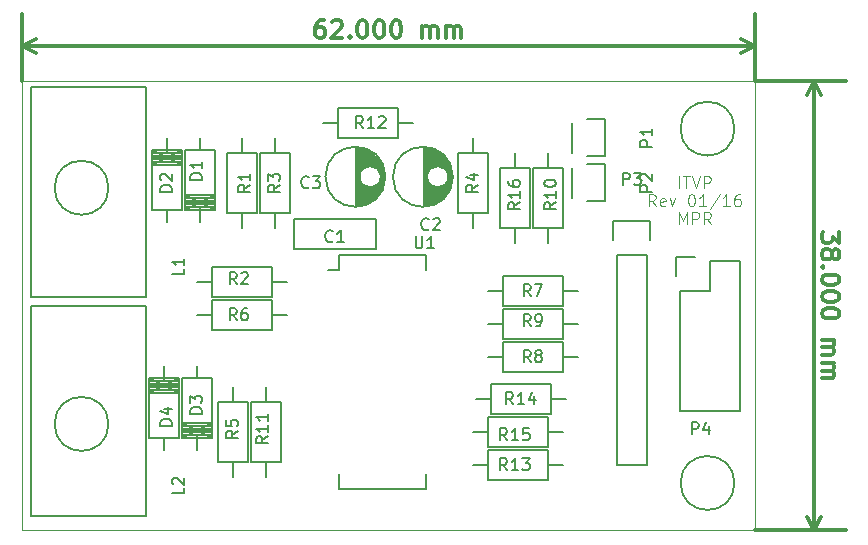
<source format=gbr>
G04 #@! TF.FileFunction,Legend,Top*
%FSLAX46Y46*%
G04 Gerber Fmt 4.6, Leading zero omitted, Abs format (unit mm)*
G04 Created by KiCad (PCBNEW 4.0.1-stable) date Sonntag, 31. Januar 2016 13:18:43*
%MOMM*%
G01*
G04 APERTURE LIST*
%ADD10C,0.100000*%
%ADD11C,0.125000*%
%ADD12C,0.300000*%
%ADD13C,0.150000*%
G04 APERTURE END LIST*
D10*
D11*
X55602476Y28964619D02*
X55602476Y29964619D01*
X55935809Y29964619D02*
X56507238Y29964619D01*
X56221523Y28964619D02*
X56221523Y29964619D01*
X56697714Y29964619D02*
X57031047Y28964619D01*
X57364381Y29964619D01*
X57697714Y28964619D02*
X57697714Y29964619D01*
X58078667Y29964619D01*
X58173905Y29917000D01*
X58221524Y29869381D01*
X58269143Y29774143D01*
X58269143Y29631286D01*
X58221524Y29536048D01*
X58173905Y29488429D01*
X58078667Y29440810D01*
X57697714Y29440810D01*
X53602476Y27439619D02*
X53269142Y27915810D01*
X53031047Y27439619D02*
X53031047Y28439619D01*
X53412000Y28439619D01*
X53507238Y28392000D01*
X53554857Y28344381D01*
X53602476Y28249143D01*
X53602476Y28106286D01*
X53554857Y28011048D01*
X53507238Y27963429D01*
X53412000Y27915810D01*
X53031047Y27915810D01*
X54412000Y27487238D02*
X54316762Y27439619D01*
X54126285Y27439619D01*
X54031047Y27487238D01*
X53983428Y27582476D01*
X53983428Y27963429D01*
X54031047Y28058667D01*
X54126285Y28106286D01*
X54316762Y28106286D01*
X54412000Y28058667D01*
X54459619Y27963429D01*
X54459619Y27868190D01*
X53983428Y27772952D01*
X54792952Y28106286D02*
X55031047Y27439619D01*
X55269143Y28106286D01*
X56602476Y28439619D02*
X56697715Y28439619D01*
X56792953Y28392000D01*
X56840572Y28344381D01*
X56888191Y28249143D01*
X56935810Y28058667D01*
X56935810Y27820571D01*
X56888191Y27630095D01*
X56840572Y27534857D01*
X56792953Y27487238D01*
X56697715Y27439619D01*
X56602476Y27439619D01*
X56507238Y27487238D01*
X56459619Y27534857D01*
X56412000Y27630095D01*
X56364381Y27820571D01*
X56364381Y28058667D01*
X56412000Y28249143D01*
X56459619Y28344381D01*
X56507238Y28392000D01*
X56602476Y28439619D01*
X57888191Y27439619D02*
X57316762Y27439619D01*
X57602476Y27439619D02*
X57602476Y28439619D01*
X57507238Y28296762D01*
X57412000Y28201524D01*
X57316762Y28153905D01*
X59031048Y28487238D02*
X58173905Y27201524D01*
X59888191Y27439619D02*
X59316762Y27439619D01*
X59602476Y27439619D02*
X59602476Y28439619D01*
X59507238Y28296762D01*
X59412000Y28201524D01*
X59316762Y28153905D01*
X60745334Y28439619D02*
X60554857Y28439619D01*
X60459619Y28392000D01*
X60412000Y28344381D01*
X60316762Y28201524D01*
X60269143Y28011048D01*
X60269143Y27630095D01*
X60316762Y27534857D01*
X60364381Y27487238D01*
X60459619Y27439619D01*
X60650096Y27439619D01*
X60745334Y27487238D01*
X60792953Y27534857D01*
X60840572Y27630095D01*
X60840572Y27868190D01*
X60792953Y27963429D01*
X60745334Y28011048D01*
X60650096Y28058667D01*
X60459619Y28058667D01*
X60364381Y28011048D01*
X60316762Y27963429D01*
X60269143Y27868190D01*
X55578667Y25914619D02*
X55578667Y26914619D01*
X55912001Y26200333D01*
X56245334Y26914619D01*
X56245334Y25914619D01*
X56721524Y25914619D02*
X56721524Y26914619D01*
X57102477Y26914619D01*
X57197715Y26867000D01*
X57245334Y26819381D01*
X57292953Y26724143D01*
X57292953Y26581286D01*
X57245334Y26486048D01*
X57197715Y26438429D01*
X57102477Y26390810D01*
X56721524Y26390810D01*
X58292953Y25914619D02*
X57959619Y26390810D01*
X57721524Y25914619D02*
X57721524Y26914619D01*
X58102477Y26914619D01*
X58197715Y26867000D01*
X58245334Y26819381D01*
X58292953Y26724143D01*
X58292953Y26581286D01*
X58245334Y26486048D01*
X58197715Y26438429D01*
X58102477Y26390810D01*
X57721524Y26390810D01*
D12*
X69171429Y25285713D02*
X69171429Y24357142D01*
X68600000Y24857142D01*
X68600000Y24642856D01*
X68528571Y24499999D01*
X68457143Y24428570D01*
X68314286Y24357142D01*
X67957143Y24357142D01*
X67814286Y24428570D01*
X67742857Y24499999D01*
X67671429Y24642856D01*
X67671429Y25071428D01*
X67742857Y25214285D01*
X67814286Y25285713D01*
X68528571Y23499999D02*
X68600000Y23642857D01*
X68671429Y23714285D01*
X68814286Y23785714D01*
X68885714Y23785714D01*
X69028571Y23714285D01*
X69100000Y23642857D01*
X69171429Y23499999D01*
X69171429Y23214285D01*
X69100000Y23071428D01*
X69028571Y22999999D01*
X68885714Y22928571D01*
X68814286Y22928571D01*
X68671429Y22999999D01*
X68600000Y23071428D01*
X68528571Y23214285D01*
X68528571Y23499999D01*
X68457143Y23642857D01*
X68385714Y23714285D01*
X68242857Y23785714D01*
X67957143Y23785714D01*
X67814286Y23714285D01*
X67742857Y23642857D01*
X67671429Y23499999D01*
X67671429Y23214285D01*
X67742857Y23071428D01*
X67814286Y22999999D01*
X67957143Y22928571D01*
X68242857Y22928571D01*
X68385714Y22999999D01*
X68457143Y23071428D01*
X68528571Y23214285D01*
X67814286Y22285714D02*
X67742857Y22214286D01*
X67671429Y22285714D01*
X67742857Y22357143D01*
X67814286Y22285714D01*
X67671429Y22285714D01*
X69171429Y21285714D02*
X69171429Y21142857D01*
X69100000Y21000000D01*
X69028571Y20928571D01*
X68885714Y20857142D01*
X68600000Y20785714D01*
X68242857Y20785714D01*
X67957143Y20857142D01*
X67814286Y20928571D01*
X67742857Y21000000D01*
X67671429Y21142857D01*
X67671429Y21285714D01*
X67742857Y21428571D01*
X67814286Y21500000D01*
X67957143Y21571428D01*
X68242857Y21642857D01*
X68600000Y21642857D01*
X68885714Y21571428D01*
X69028571Y21500000D01*
X69100000Y21428571D01*
X69171429Y21285714D01*
X69171429Y19857143D02*
X69171429Y19714286D01*
X69100000Y19571429D01*
X69028571Y19500000D01*
X68885714Y19428571D01*
X68600000Y19357143D01*
X68242857Y19357143D01*
X67957143Y19428571D01*
X67814286Y19500000D01*
X67742857Y19571429D01*
X67671429Y19714286D01*
X67671429Y19857143D01*
X67742857Y20000000D01*
X67814286Y20071429D01*
X67957143Y20142857D01*
X68242857Y20214286D01*
X68600000Y20214286D01*
X68885714Y20142857D01*
X69028571Y20071429D01*
X69100000Y20000000D01*
X69171429Y19857143D01*
X69171429Y18428572D02*
X69171429Y18285715D01*
X69100000Y18142858D01*
X69028571Y18071429D01*
X68885714Y18000000D01*
X68600000Y17928572D01*
X68242857Y17928572D01*
X67957143Y18000000D01*
X67814286Y18071429D01*
X67742857Y18142858D01*
X67671429Y18285715D01*
X67671429Y18428572D01*
X67742857Y18571429D01*
X67814286Y18642858D01*
X67957143Y18714286D01*
X68242857Y18785715D01*
X68600000Y18785715D01*
X68885714Y18714286D01*
X69028571Y18642858D01*
X69100000Y18571429D01*
X69171429Y18428572D01*
X67671429Y16142858D02*
X68671429Y16142858D01*
X68528571Y16142858D02*
X68600000Y16071430D01*
X68671429Y15928572D01*
X68671429Y15714287D01*
X68600000Y15571430D01*
X68457143Y15500001D01*
X67671429Y15500001D01*
X68457143Y15500001D02*
X68600000Y15428572D01*
X68671429Y15285715D01*
X68671429Y15071430D01*
X68600000Y14928572D01*
X68457143Y14857144D01*
X67671429Y14857144D01*
X67671429Y14142858D02*
X68671429Y14142858D01*
X68528571Y14142858D02*
X68600000Y14071430D01*
X68671429Y13928572D01*
X68671429Y13714287D01*
X68600000Y13571430D01*
X68457143Y13500001D01*
X67671429Y13500001D01*
X68457143Y13500001D02*
X68600000Y13428572D01*
X68671429Y13285715D01*
X68671429Y13071430D01*
X68600000Y12928572D01*
X68457143Y12857144D01*
X67671429Y12857144D01*
X67000000Y38000000D02*
X67000000Y0D01*
X62000000Y38000000D02*
X69700000Y38000000D01*
X62000000Y0D02*
X69700000Y0D01*
X67000000Y0D02*
X66413579Y1126504D01*
X67000000Y0D02*
X67586421Y1126504D01*
X67000000Y38000000D02*
X66413579Y36873496D01*
X67000000Y38000000D02*
X67586421Y36873496D01*
X25500001Y43171429D02*
X25214287Y43171429D01*
X25071430Y43100000D01*
X25000001Y43028571D01*
X24857144Y42814286D01*
X24785715Y42528571D01*
X24785715Y41957143D01*
X24857144Y41814286D01*
X24928572Y41742857D01*
X25071430Y41671429D01*
X25357144Y41671429D01*
X25500001Y41742857D01*
X25571430Y41814286D01*
X25642858Y41957143D01*
X25642858Y42314286D01*
X25571430Y42457143D01*
X25500001Y42528571D01*
X25357144Y42600000D01*
X25071430Y42600000D01*
X24928572Y42528571D01*
X24857144Y42457143D01*
X24785715Y42314286D01*
X26214286Y43028571D02*
X26285715Y43100000D01*
X26428572Y43171429D01*
X26785715Y43171429D01*
X26928572Y43100000D01*
X27000001Y43028571D01*
X27071429Y42885714D01*
X27071429Y42742857D01*
X27000001Y42528571D01*
X26142858Y41671429D01*
X27071429Y41671429D01*
X27714286Y41814286D02*
X27785714Y41742857D01*
X27714286Y41671429D01*
X27642857Y41742857D01*
X27714286Y41814286D01*
X27714286Y41671429D01*
X28714286Y43171429D02*
X28857143Y43171429D01*
X29000000Y43100000D01*
X29071429Y43028571D01*
X29142858Y42885714D01*
X29214286Y42600000D01*
X29214286Y42242857D01*
X29142858Y41957143D01*
X29071429Y41814286D01*
X29000000Y41742857D01*
X28857143Y41671429D01*
X28714286Y41671429D01*
X28571429Y41742857D01*
X28500000Y41814286D01*
X28428572Y41957143D01*
X28357143Y42242857D01*
X28357143Y42600000D01*
X28428572Y42885714D01*
X28500000Y43028571D01*
X28571429Y43100000D01*
X28714286Y43171429D01*
X30142857Y43171429D02*
X30285714Y43171429D01*
X30428571Y43100000D01*
X30500000Y43028571D01*
X30571429Y42885714D01*
X30642857Y42600000D01*
X30642857Y42242857D01*
X30571429Y41957143D01*
X30500000Y41814286D01*
X30428571Y41742857D01*
X30285714Y41671429D01*
X30142857Y41671429D01*
X30000000Y41742857D01*
X29928571Y41814286D01*
X29857143Y41957143D01*
X29785714Y42242857D01*
X29785714Y42600000D01*
X29857143Y42885714D01*
X29928571Y43028571D01*
X30000000Y43100000D01*
X30142857Y43171429D01*
X31571428Y43171429D02*
X31714285Y43171429D01*
X31857142Y43100000D01*
X31928571Y43028571D01*
X32000000Y42885714D01*
X32071428Y42600000D01*
X32071428Y42242857D01*
X32000000Y41957143D01*
X31928571Y41814286D01*
X31857142Y41742857D01*
X31714285Y41671429D01*
X31571428Y41671429D01*
X31428571Y41742857D01*
X31357142Y41814286D01*
X31285714Y41957143D01*
X31214285Y42242857D01*
X31214285Y42600000D01*
X31285714Y42885714D01*
X31357142Y43028571D01*
X31428571Y43100000D01*
X31571428Y43171429D01*
X33857142Y41671429D02*
X33857142Y42671429D01*
X33857142Y42528571D02*
X33928570Y42600000D01*
X34071428Y42671429D01*
X34285713Y42671429D01*
X34428570Y42600000D01*
X34499999Y42457143D01*
X34499999Y41671429D01*
X34499999Y42457143D02*
X34571428Y42600000D01*
X34714285Y42671429D01*
X34928570Y42671429D01*
X35071428Y42600000D01*
X35142856Y42457143D01*
X35142856Y41671429D01*
X35857142Y41671429D02*
X35857142Y42671429D01*
X35857142Y42528571D02*
X35928570Y42600000D01*
X36071428Y42671429D01*
X36285713Y42671429D01*
X36428570Y42600000D01*
X36499999Y42457143D01*
X36499999Y41671429D01*
X36499999Y42457143D02*
X36571428Y42600000D01*
X36714285Y42671429D01*
X36928570Y42671429D01*
X37071428Y42600000D01*
X37142856Y42457143D01*
X37142856Y41671429D01*
X0Y41000000D02*
X62000000Y41000000D01*
X0Y38000000D02*
X0Y43700000D01*
X62000000Y38000000D02*
X62000000Y43700000D01*
X62000000Y41000000D02*
X60873496Y40413579D01*
X62000000Y41000000D02*
X60873496Y41586421D01*
X0Y41000000D02*
X1126504Y40413579D01*
X0Y41000000D02*
X1126504Y41586421D01*
D10*
X0Y0D02*
X0Y1000000D01*
X62000000Y0D02*
X0Y0D01*
X62000000Y38000000D02*
X62000000Y0D01*
X0Y38000000D02*
X62000000Y38000000D01*
X0Y1000000D02*
X0Y38000000D01*
D13*
X14999460Y32210000D02*
X14999460Y33226000D01*
X14999460Y27384000D02*
X14999460Y26114000D01*
X13729460Y27638000D02*
X16269460Y27638000D01*
X13729460Y27892000D02*
X16269460Y27892000D01*
X13729460Y28146000D02*
X16269460Y28146000D01*
X13729460Y27384000D02*
X16269460Y27384000D01*
X13729460Y28400000D02*
X16269460Y27130000D01*
X13729460Y27130000D02*
X16269460Y28400000D01*
X13729460Y28400000D02*
X16269460Y28400000D01*
X13729460Y27765000D02*
X16269460Y27765000D01*
X16269460Y27130000D02*
X13729460Y27130000D01*
X13729460Y27130000D02*
X13729460Y32210000D01*
X13729460Y32210000D02*
X16269460Y32210000D01*
X16269460Y32210000D02*
X16269460Y27130000D01*
X12210540Y27130000D02*
X12210540Y26114000D01*
X12210540Y31956000D02*
X12210540Y33226000D01*
X13480540Y31702000D02*
X10940540Y31702000D01*
X13480540Y31448000D02*
X10940540Y31448000D01*
X13480540Y31194000D02*
X10940540Y31194000D01*
X13480540Y31956000D02*
X10940540Y31956000D01*
X13480540Y30940000D02*
X10940540Y32210000D01*
X13480540Y32210000D02*
X10940540Y30940000D01*
X13480540Y30940000D02*
X10940540Y30940000D01*
X13480540Y31575000D02*
X10940540Y31575000D01*
X10940540Y32210000D02*
X13480540Y32210000D01*
X13480540Y32210000D02*
X13480540Y27130000D01*
X13480540Y27130000D02*
X10940540Y27130000D01*
X10940540Y27130000D02*
X10940540Y32210000D01*
X14745460Y12906000D02*
X14745460Y13922000D01*
X14745460Y8080000D02*
X14745460Y6810000D01*
X13475460Y8334000D02*
X16015460Y8334000D01*
X13475460Y8588000D02*
X16015460Y8588000D01*
X13475460Y8842000D02*
X16015460Y8842000D01*
X13475460Y8080000D02*
X16015460Y8080000D01*
X13475460Y9096000D02*
X16015460Y7826000D01*
X13475460Y7826000D02*
X16015460Y9096000D01*
X13475460Y9096000D02*
X16015460Y9096000D01*
X13475460Y8461000D02*
X16015460Y8461000D01*
X16015460Y7826000D02*
X13475460Y7826000D01*
X13475460Y7826000D02*
X13475460Y12906000D01*
X13475460Y12906000D02*
X16015460Y12906000D01*
X16015460Y12906000D02*
X16015460Y7826000D01*
X11956540Y7826000D02*
X11956540Y6810000D01*
X11956540Y12652000D02*
X11956540Y13922000D01*
X13226540Y12398000D02*
X10686540Y12398000D01*
X13226540Y12144000D02*
X10686540Y12144000D01*
X13226540Y11890000D02*
X10686540Y11890000D01*
X13226540Y12652000D02*
X10686540Y12652000D01*
X13226540Y11636000D02*
X10686540Y12906000D01*
X13226540Y12906000D02*
X10686540Y11636000D01*
X13226540Y11636000D02*
X10686540Y11636000D01*
X13226540Y12271000D02*
X10686540Y12271000D01*
X10686540Y12906000D02*
X13226540Y12906000D01*
X13226540Y12906000D02*
X13226540Y7826000D01*
X13226540Y7826000D02*
X10686540Y7826000D01*
X10686540Y7826000D02*
X10686540Y12906000D01*
X7286000Y29000000D02*
G75*
G03X7286000Y29000000I-2286000J0D01*
G01*
X7286000Y9000000D02*
G75*
G03X7286000Y9000000I-2286000J0D01*
G01*
X60286000Y4000000D02*
G75*
G03X60286000Y4000000I-2286000J0D01*
G01*
X60286000Y34000000D02*
G75*
G03X60286000Y34000000I-2286000J0D01*
G01*
X29972000Y23848000D02*
X22972000Y23848000D01*
X22972000Y23848000D02*
X22972000Y26348000D01*
X22972000Y26348000D02*
X29972000Y26348000D01*
X29972000Y26348000D02*
X29972000Y23848000D01*
X26821000Y23329000D02*
X26821000Y22059000D01*
X34171000Y23329000D02*
X34171000Y22059000D01*
X34171000Y3499000D02*
X34171000Y4769000D01*
X26821000Y3499000D02*
X26821000Y4769000D01*
X26821000Y23329000D02*
X34171000Y23329000D01*
X26821000Y3499000D02*
X34171000Y3499000D01*
X26821000Y22059000D02*
X25886000Y22059000D01*
X40402000Y25606000D02*
X40402000Y30686000D01*
X40402000Y30686000D02*
X42942000Y30686000D01*
X42942000Y30686000D02*
X42942000Y25606000D01*
X42942000Y25606000D02*
X40402000Y25606000D01*
X41672000Y25606000D02*
X41672000Y24336000D01*
X41672000Y30686000D02*
X41672000Y31956000D01*
X44466000Y7064000D02*
X39386000Y7064000D01*
X39386000Y7064000D02*
X39386000Y9604000D01*
X39386000Y9604000D02*
X44466000Y9604000D01*
X44466000Y9604000D02*
X44466000Y7064000D01*
X44466000Y8334000D02*
X45736000Y8334000D01*
X39386000Y8334000D02*
X38116000Y8334000D01*
X44720000Y9858000D02*
X39640000Y9858000D01*
X39640000Y9858000D02*
X39640000Y12398000D01*
X39640000Y12398000D02*
X44720000Y12398000D01*
X44720000Y12398000D02*
X44720000Y9858000D01*
X44720000Y11128000D02*
X45990000Y11128000D01*
X39640000Y11128000D02*
X38370000Y11128000D01*
X39386000Y6810000D02*
X44466000Y6810000D01*
X44466000Y6810000D02*
X44466000Y4270000D01*
X44466000Y4270000D02*
X39386000Y4270000D01*
X39386000Y4270000D02*
X39386000Y6810000D01*
X39386000Y5540000D02*
X38116000Y5540000D01*
X44466000Y5540000D02*
X45736000Y5540000D01*
X26686000Y35766000D02*
X31766000Y35766000D01*
X31766000Y35766000D02*
X31766000Y33226000D01*
X31766000Y33226000D02*
X26686000Y33226000D01*
X26686000Y33226000D02*
X26686000Y35766000D01*
X26686000Y34496000D02*
X25416000Y34496000D01*
X31766000Y34496000D02*
X33036000Y34496000D01*
X19320000Y5794000D02*
X19320000Y10874000D01*
X19320000Y10874000D02*
X21860000Y10874000D01*
X21860000Y10874000D02*
X21860000Y5794000D01*
X21860000Y5794000D02*
X19320000Y5794000D01*
X20590000Y5794000D02*
X20590000Y4524000D01*
X20590000Y10874000D02*
X20590000Y12144000D01*
X43196000Y25606000D02*
X43196000Y30686000D01*
X43196000Y30686000D02*
X45736000Y30686000D01*
X45736000Y30686000D02*
X45736000Y25606000D01*
X45736000Y25606000D02*
X43196000Y25606000D01*
X44466000Y25606000D02*
X44466000Y24336000D01*
X44466000Y30686000D02*
X44466000Y31956000D01*
X40656000Y18748000D02*
X45736000Y18748000D01*
X45736000Y18748000D02*
X45736000Y16208000D01*
X45736000Y16208000D02*
X40656000Y16208000D01*
X40656000Y16208000D02*
X40656000Y18748000D01*
X40656000Y17478000D02*
X39386000Y17478000D01*
X45736000Y17478000D02*
X47006000Y17478000D01*
X45736000Y13414000D02*
X40656000Y13414000D01*
X40656000Y13414000D02*
X40656000Y15954000D01*
X40656000Y15954000D02*
X45736000Y15954000D01*
X45736000Y15954000D02*
X45736000Y13414000D01*
X45736000Y14684000D02*
X47006000Y14684000D01*
X40656000Y14684000D02*
X39386000Y14684000D01*
X40656000Y21542000D02*
X45736000Y21542000D01*
X45736000Y21542000D02*
X45736000Y19002000D01*
X45736000Y19002000D02*
X40656000Y19002000D01*
X40656000Y19002000D02*
X40656000Y21542000D01*
X40656000Y20272000D02*
X39386000Y20272000D01*
X45736000Y20272000D02*
X47006000Y20272000D01*
X16018000Y19510000D02*
X21098000Y19510000D01*
X21098000Y19510000D02*
X21098000Y16970000D01*
X21098000Y16970000D02*
X16018000Y16970000D01*
X16018000Y16970000D02*
X16018000Y19510000D01*
X16018000Y18240000D02*
X14748000Y18240000D01*
X21098000Y18240000D02*
X22368000Y18240000D01*
X19066000Y10874000D02*
X19066000Y5794000D01*
X19066000Y5794000D02*
X16526000Y5794000D01*
X16526000Y5794000D02*
X16526000Y10874000D01*
X16526000Y10874000D02*
X19066000Y10874000D01*
X17796000Y10874000D02*
X17796000Y12144000D01*
X17796000Y5794000D02*
X17796000Y4524000D01*
X36846000Y26876000D02*
X36846000Y31956000D01*
X36846000Y31956000D02*
X39386000Y31956000D01*
X39386000Y31956000D02*
X39386000Y26876000D01*
X39386000Y26876000D02*
X36846000Y26876000D01*
X38116000Y26876000D02*
X38116000Y25606000D01*
X38116000Y31956000D02*
X38116000Y33226000D01*
X20082000Y26876000D02*
X20082000Y31956000D01*
X20082000Y31956000D02*
X22622000Y31956000D01*
X22622000Y31956000D02*
X22622000Y26876000D01*
X22622000Y26876000D02*
X20082000Y26876000D01*
X21352000Y26876000D02*
X21352000Y25606000D01*
X21352000Y31956000D02*
X21352000Y33226000D01*
X16018000Y22304000D02*
X21098000Y22304000D01*
X21098000Y22304000D02*
X21098000Y19764000D01*
X21098000Y19764000D02*
X16018000Y19764000D01*
X16018000Y19764000D02*
X16018000Y22304000D01*
X16018000Y21034000D02*
X14748000Y21034000D01*
X21098000Y21034000D02*
X22368000Y21034000D01*
X19828000Y31956000D02*
X19828000Y26876000D01*
X19828000Y26876000D02*
X17288000Y26876000D01*
X17288000Y26876000D02*
X17288000Y31956000D01*
X17288000Y31956000D02*
X19828000Y31956000D01*
X18558000Y31956000D02*
X18558000Y33226000D01*
X18558000Y26876000D02*
X18558000Y25606000D01*
X60722000Y22812000D02*
X60722000Y10112000D01*
X60722000Y10112000D02*
X55642000Y10112000D01*
X55642000Y10112000D02*
X55642000Y20272000D01*
X60722000Y22812000D02*
X58182000Y22812000D01*
X56912000Y23092000D02*
X55362000Y23092000D01*
X58182000Y22812000D02*
X58182000Y20272000D01*
X58182000Y20272000D02*
X55642000Y20272000D01*
X55362000Y23092000D02*
X55362000Y21542000D01*
X28265000Y32423000D02*
X28265000Y27425000D01*
X28405000Y32415000D02*
X28405000Y27433000D01*
X28545000Y32399000D02*
X28545000Y30019000D01*
X28545000Y29829000D02*
X28545000Y27449000D01*
X28685000Y32375000D02*
X28685000Y30414000D01*
X28685000Y29434000D02*
X28685000Y27473000D01*
X28825000Y32342000D02*
X28825000Y30581000D01*
X28825000Y29267000D02*
X28825000Y27506000D01*
X28965000Y32301000D02*
X28965000Y30688000D01*
X28965000Y29160000D02*
X28965000Y27547000D01*
X29105000Y32251000D02*
X29105000Y30759000D01*
X29105000Y29089000D02*
X29105000Y27597000D01*
X29245000Y32190000D02*
X29245000Y30803000D01*
X29245000Y29045000D02*
X29245000Y27658000D01*
X29385000Y32120000D02*
X29385000Y30822000D01*
X29385000Y29026000D02*
X29385000Y27728000D01*
X29525000Y32038000D02*
X29525000Y30820000D01*
X29525000Y29028000D02*
X29525000Y27810000D01*
X29665000Y31943000D02*
X29665000Y30795000D01*
X29665000Y29053000D02*
X29665000Y27905000D01*
X29805000Y31832000D02*
X29805000Y30747000D01*
X29805000Y29101000D02*
X29805000Y28016000D01*
X29945000Y31704000D02*
X29945000Y30669000D01*
X29945000Y29179000D02*
X29945000Y28144000D01*
X30085000Y31555000D02*
X30085000Y30552000D01*
X30085000Y29296000D02*
X30085000Y28293000D01*
X30225000Y31376000D02*
X30225000Y30364000D01*
X30225000Y29484000D02*
X30225000Y28472000D01*
X30365000Y31157000D02*
X30365000Y28691000D01*
X30505000Y30868000D02*
X30505000Y28980000D01*
X30645000Y30396000D02*
X30645000Y29452000D01*
X30340000Y29924000D02*
G75*
G03X30340000Y29924000I-900000J0D01*
G01*
X30727500Y29924000D02*
G75*
G03X30727500Y29924000I-2537500J0D01*
G01*
X33980000Y32423000D02*
X33980000Y27425000D01*
X34120000Y32415000D02*
X34120000Y27433000D01*
X34260000Y32399000D02*
X34260000Y30019000D01*
X34260000Y29829000D02*
X34260000Y27449000D01*
X34400000Y32375000D02*
X34400000Y30414000D01*
X34400000Y29434000D02*
X34400000Y27473000D01*
X34540000Y32342000D02*
X34540000Y30581000D01*
X34540000Y29267000D02*
X34540000Y27506000D01*
X34680000Y32301000D02*
X34680000Y30688000D01*
X34680000Y29160000D02*
X34680000Y27547000D01*
X34820000Y32251000D02*
X34820000Y30759000D01*
X34820000Y29089000D02*
X34820000Y27597000D01*
X34960000Y32190000D02*
X34960000Y30803000D01*
X34960000Y29045000D02*
X34960000Y27658000D01*
X35100000Y32120000D02*
X35100000Y30822000D01*
X35100000Y29026000D02*
X35100000Y27728000D01*
X35240000Y32038000D02*
X35240000Y30820000D01*
X35240000Y29028000D02*
X35240000Y27810000D01*
X35380000Y31943000D02*
X35380000Y30795000D01*
X35380000Y29053000D02*
X35380000Y27905000D01*
X35520000Y31832000D02*
X35520000Y30747000D01*
X35520000Y29101000D02*
X35520000Y28016000D01*
X35660000Y31704000D02*
X35660000Y30669000D01*
X35660000Y29179000D02*
X35660000Y28144000D01*
X35800000Y31555000D02*
X35800000Y30552000D01*
X35800000Y29296000D02*
X35800000Y28293000D01*
X35940000Y31376000D02*
X35940000Y30364000D01*
X35940000Y29484000D02*
X35940000Y28472000D01*
X36080000Y31157000D02*
X36080000Y28691000D01*
X36220000Y30868000D02*
X36220000Y28980000D01*
X36360000Y30396000D02*
X36360000Y29452000D01*
X36055000Y29924000D02*
G75*
G03X36055000Y29924000I-900000J0D01*
G01*
X36442500Y29924000D02*
G75*
G03X36442500Y29924000I-2537500J0D01*
G01*
X714500Y37544000D02*
X10493500Y37544000D01*
X10493500Y19764000D02*
X714500Y19764000D01*
X714500Y37544000D02*
X714500Y19764000D01*
X714500Y19764000D02*
X10493500Y19764000D01*
X10493500Y19764000D02*
X10493500Y37544000D01*
X714500Y19002000D02*
X10493500Y19002000D01*
X10493500Y1222000D02*
X714500Y1222000D01*
X714500Y19002000D02*
X714500Y1222000D01*
X714500Y1222000D02*
X10493500Y1222000D01*
X10493500Y1222000D02*
X10493500Y19002000D01*
X52848000Y23320000D02*
X52848000Y5540000D01*
X52848000Y5540000D02*
X50308000Y5540000D01*
X50308000Y5540000D02*
X50308000Y23320000D01*
X53128000Y26140000D02*
X53128000Y24590000D01*
X52848000Y23320000D02*
X50308000Y23320000D01*
X50028000Y24590000D02*
X50028000Y26140000D01*
X50028000Y26140000D02*
X53128000Y26140000D01*
X49318000Y31676000D02*
X47768000Y31676000D01*
X47768000Y34776000D02*
X49318000Y34776000D01*
X49318000Y34776000D02*
X49318000Y31676000D01*
X46498000Y34496000D02*
X46498000Y31956000D01*
X49318000Y27866000D02*
X47768000Y27866000D01*
X47768000Y30966000D02*
X49318000Y30966000D01*
X49318000Y30966000D02*
X49318000Y27866000D01*
X46498000Y30686000D02*
X46498000Y28146000D01*
X15200381Y29693905D02*
X14200381Y29693905D01*
X14200381Y29932000D01*
X14248000Y30074858D01*
X14343238Y30170096D01*
X14438476Y30217715D01*
X14628952Y30265334D01*
X14771810Y30265334D01*
X14962286Y30217715D01*
X15057524Y30170096D01*
X15152762Y30074858D01*
X15200381Y29932000D01*
X15200381Y29693905D01*
X15200381Y31217715D02*
X15200381Y30646286D01*
X15200381Y30932000D02*
X14200381Y30932000D01*
X14343238Y30836762D01*
X14438476Y30741524D01*
X14486095Y30646286D01*
X12660381Y28677905D02*
X11660381Y28677905D01*
X11660381Y28916000D01*
X11708000Y29058858D01*
X11803238Y29154096D01*
X11898476Y29201715D01*
X12088952Y29249334D01*
X12231810Y29249334D01*
X12422286Y29201715D01*
X12517524Y29154096D01*
X12612762Y29058858D01*
X12660381Y28916000D01*
X12660381Y28677905D01*
X11755619Y29630286D02*
X11708000Y29677905D01*
X11660381Y29773143D01*
X11660381Y30011239D01*
X11708000Y30106477D01*
X11755619Y30154096D01*
X11850857Y30201715D01*
X11946095Y30201715D01*
X12088952Y30154096D01*
X12660381Y29582667D01*
X12660381Y30201715D01*
X15200381Y9881905D02*
X14200381Y9881905D01*
X14200381Y10120000D01*
X14248000Y10262858D01*
X14343238Y10358096D01*
X14438476Y10405715D01*
X14628952Y10453334D01*
X14771810Y10453334D01*
X14962286Y10405715D01*
X15057524Y10358096D01*
X15152762Y10262858D01*
X15200381Y10120000D01*
X15200381Y9881905D01*
X14200381Y10786667D02*
X14200381Y11405715D01*
X14581333Y11072381D01*
X14581333Y11215239D01*
X14628952Y11310477D01*
X14676571Y11358096D01*
X14771810Y11405715D01*
X15009905Y11405715D01*
X15105143Y11358096D01*
X15152762Y11310477D01*
X15200381Y11215239D01*
X15200381Y10929524D01*
X15152762Y10834286D01*
X15105143Y10786667D01*
X12660381Y8865905D02*
X11660381Y8865905D01*
X11660381Y9104000D01*
X11708000Y9246858D01*
X11803238Y9342096D01*
X11898476Y9389715D01*
X12088952Y9437334D01*
X12231810Y9437334D01*
X12422286Y9389715D01*
X12517524Y9342096D01*
X12612762Y9246858D01*
X12660381Y9104000D01*
X12660381Y8865905D01*
X11993714Y10294477D02*
X12660381Y10294477D01*
X11612762Y10056381D02*
X12327048Y9818286D01*
X12327048Y10437334D01*
X26265334Y24486857D02*
X26217715Y24439238D01*
X26074858Y24391619D01*
X25979620Y24391619D01*
X25836762Y24439238D01*
X25741524Y24534476D01*
X25693905Y24629714D01*
X25646286Y24820190D01*
X25646286Y24963048D01*
X25693905Y25153524D01*
X25741524Y25248762D01*
X25836762Y25344000D01*
X25979620Y25391619D01*
X26074858Y25391619D01*
X26217715Y25344000D01*
X26265334Y25296381D01*
X27217715Y24391619D02*
X26646286Y24391619D01*
X26932000Y24391619D02*
X26932000Y25391619D01*
X26836762Y25248762D01*
X26741524Y25153524D01*
X26646286Y25105905D01*
X33290095Y24883619D02*
X33290095Y24074095D01*
X33337714Y23978857D01*
X33385333Y23931238D01*
X33480571Y23883619D01*
X33671048Y23883619D01*
X33766286Y23931238D01*
X33813905Y23978857D01*
X33861524Y24074095D01*
X33861524Y24883619D01*
X34861524Y23883619D02*
X34290095Y23883619D01*
X34575809Y23883619D02*
X34575809Y24883619D01*
X34480571Y24740762D01*
X34385333Y24645524D01*
X34290095Y24597905D01*
X42124381Y27757143D02*
X41648190Y27423809D01*
X42124381Y27185714D02*
X41124381Y27185714D01*
X41124381Y27566667D01*
X41172000Y27661905D01*
X41219619Y27709524D01*
X41314857Y27757143D01*
X41457714Y27757143D01*
X41552952Y27709524D01*
X41600571Y27661905D01*
X41648190Y27566667D01*
X41648190Y27185714D01*
X42124381Y28709524D02*
X42124381Y28138095D01*
X42124381Y28423809D02*
X41124381Y28423809D01*
X41267238Y28328571D01*
X41362476Y28233333D01*
X41410095Y28138095D01*
X41124381Y29566667D02*
X41124381Y29376190D01*
X41172000Y29280952D01*
X41219619Y29233333D01*
X41362476Y29138095D01*
X41552952Y29090476D01*
X41933905Y29090476D01*
X42029143Y29138095D01*
X42076762Y29185714D01*
X42124381Y29280952D01*
X42124381Y29471429D01*
X42076762Y29566667D01*
X42029143Y29614286D01*
X41933905Y29661905D01*
X41695810Y29661905D01*
X41600571Y29614286D01*
X41552952Y29566667D01*
X41505333Y29471429D01*
X41505333Y29280952D01*
X41552952Y29185714D01*
X41600571Y29138095D01*
X41695810Y29090476D01*
X41029143Y7627619D02*
X40695809Y8103810D01*
X40457714Y7627619D02*
X40457714Y8627619D01*
X40838667Y8627619D01*
X40933905Y8580000D01*
X40981524Y8532381D01*
X41029143Y8437143D01*
X41029143Y8294286D01*
X40981524Y8199048D01*
X40933905Y8151429D01*
X40838667Y8103810D01*
X40457714Y8103810D01*
X41981524Y7627619D02*
X41410095Y7627619D01*
X41695809Y7627619D02*
X41695809Y8627619D01*
X41600571Y8484762D01*
X41505333Y8389524D01*
X41410095Y8341905D01*
X42886286Y8627619D02*
X42410095Y8627619D01*
X42362476Y8151429D01*
X42410095Y8199048D01*
X42505333Y8246667D01*
X42743429Y8246667D01*
X42838667Y8199048D01*
X42886286Y8151429D01*
X42933905Y8056190D01*
X42933905Y7818095D01*
X42886286Y7722857D01*
X42838667Y7675238D01*
X42743429Y7627619D01*
X42505333Y7627619D01*
X42410095Y7675238D01*
X42362476Y7722857D01*
X41537143Y10675619D02*
X41203809Y11151810D01*
X40965714Y10675619D02*
X40965714Y11675619D01*
X41346667Y11675619D01*
X41441905Y11628000D01*
X41489524Y11580381D01*
X41537143Y11485143D01*
X41537143Y11342286D01*
X41489524Y11247048D01*
X41441905Y11199429D01*
X41346667Y11151810D01*
X40965714Y11151810D01*
X42489524Y10675619D02*
X41918095Y10675619D01*
X42203809Y10675619D02*
X42203809Y11675619D01*
X42108571Y11532762D01*
X42013333Y11437524D01*
X41918095Y11389905D01*
X43346667Y11342286D02*
X43346667Y10675619D01*
X43108571Y11723238D02*
X42870476Y11008952D01*
X43489524Y11008952D01*
X41029143Y5087619D02*
X40695809Y5563810D01*
X40457714Y5087619D02*
X40457714Y6087619D01*
X40838667Y6087619D01*
X40933905Y6040000D01*
X40981524Y5992381D01*
X41029143Y5897143D01*
X41029143Y5754286D01*
X40981524Y5659048D01*
X40933905Y5611429D01*
X40838667Y5563810D01*
X40457714Y5563810D01*
X41981524Y5087619D02*
X41410095Y5087619D01*
X41695809Y5087619D02*
X41695809Y6087619D01*
X41600571Y5944762D01*
X41505333Y5849524D01*
X41410095Y5801905D01*
X42314857Y6087619D02*
X42933905Y6087619D01*
X42600571Y5706667D01*
X42743429Y5706667D01*
X42838667Y5659048D01*
X42886286Y5611429D01*
X42933905Y5516190D01*
X42933905Y5278095D01*
X42886286Y5182857D01*
X42838667Y5135238D01*
X42743429Y5087619D01*
X42457714Y5087619D01*
X42362476Y5135238D01*
X42314857Y5182857D01*
X28837143Y34043619D02*
X28503809Y34519810D01*
X28265714Y34043619D02*
X28265714Y35043619D01*
X28646667Y35043619D01*
X28741905Y34996000D01*
X28789524Y34948381D01*
X28837143Y34853143D01*
X28837143Y34710286D01*
X28789524Y34615048D01*
X28741905Y34567429D01*
X28646667Y34519810D01*
X28265714Y34519810D01*
X29789524Y34043619D02*
X29218095Y34043619D01*
X29503809Y34043619D02*
X29503809Y35043619D01*
X29408571Y34900762D01*
X29313333Y34805524D01*
X29218095Y34757905D01*
X30170476Y34948381D02*
X30218095Y34996000D01*
X30313333Y35043619D01*
X30551429Y35043619D01*
X30646667Y34996000D01*
X30694286Y34948381D01*
X30741905Y34853143D01*
X30741905Y34757905D01*
X30694286Y34615048D01*
X30122857Y34043619D01*
X30741905Y34043619D01*
X20788381Y7945143D02*
X20312190Y7611809D01*
X20788381Y7373714D02*
X19788381Y7373714D01*
X19788381Y7754667D01*
X19836000Y7849905D01*
X19883619Y7897524D01*
X19978857Y7945143D01*
X20121714Y7945143D01*
X20216952Y7897524D01*
X20264571Y7849905D01*
X20312190Y7754667D01*
X20312190Y7373714D01*
X20788381Y8897524D02*
X20788381Y8326095D01*
X20788381Y8611809D02*
X19788381Y8611809D01*
X19931238Y8516571D01*
X20026476Y8421333D01*
X20074095Y8326095D01*
X20788381Y9849905D02*
X20788381Y9278476D01*
X20788381Y9564190D02*
X19788381Y9564190D01*
X19931238Y9468952D01*
X20026476Y9373714D01*
X20074095Y9278476D01*
X45172381Y27757143D02*
X44696190Y27423809D01*
X45172381Y27185714D02*
X44172381Y27185714D01*
X44172381Y27566667D01*
X44220000Y27661905D01*
X44267619Y27709524D01*
X44362857Y27757143D01*
X44505714Y27757143D01*
X44600952Y27709524D01*
X44648571Y27661905D01*
X44696190Y27566667D01*
X44696190Y27185714D01*
X45172381Y28709524D02*
X45172381Y28138095D01*
X45172381Y28423809D02*
X44172381Y28423809D01*
X44315238Y28328571D01*
X44410476Y28233333D01*
X44458095Y28138095D01*
X44172381Y29328571D02*
X44172381Y29423810D01*
X44220000Y29519048D01*
X44267619Y29566667D01*
X44362857Y29614286D01*
X44553333Y29661905D01*
X44791429Y29661905D01*
X44981905Y29614286D01*
X45077143Y29566667D01*
X45124762Y29519048D01*
X45172381Y29423810D01*
X45172381Y29328571D01*
X45124762Y29233333D01*
X45077143Y29185714D01*
X44981905Y29138095D01*
X44791429Y29090476D01*
X44553333Y29090476D01*
X44362857Y29138095D01*
X44267619Y29185714D01*
X44220000Y29233333D01*
X44172381Y29328571D01*
X43029334Y17279619D02*
X42696000Y17755810D01*
X42457905Y17279619D02*
X42457905Y18279619D01*
X42838858Y18279619D01*
X42934096Y18232000D01*
X42981715Y18184381D01*
X43029334Y18089143D01*
X43029334Y17946286D01*
X42981715Y17851048D01*
X42934096Y17803429D01*
X42838858Y17755810D01*
X42457905Y17755810D01*
X43505524Y17279619D02*
X43696000Y17279619D01*
X43791239Y17327238D01*
X43838858Y17374857D01*
X43934096Y17517714D01*
X43981715Y17708190D01*
X43981715Y18089143D01*
X43934096Y18184381D01*
X43886477Y18232000D01*
X43791239Y18279619D01*
X43600762Y18279619D01*
X43505524Y18232000D01*
X43457905Y18184381D01*
X43410286Y18089143D01*
X43410286Y17851048D01*
X43457905Y17755810D01*
X43505524Y17708190D01*
X43600762Y17660571D01*
X43791239Y17660571D01*
X43886477Y17708190D01*
X43934096Y17755810D01*
X43981715Y17851048D01*
X43029334Y14231619D02*
X42696000Y14707810D01*
X42457905Y14231619D02*
X42457905Y15231619D01*
X42838858Y15231619D01*
X42934096Y15184000D01*
X42981715Y15136381D01*
X43029334Y15041143D01*
X43029334Y14898286D01*
X42981715Y14803048D01*
X42934096Y14755429D01*
X42838858Y14707810D01*
X42457905Y14707810D01*
X43600762Y14803048D02*
X43505524Y14850667D01*
X43457905Y14898286D01*
X43410286Y14993524D01*
X43410286Y15041143D01*
X43457905Y15136381D01*
X43505524Y15184000D01*
X43600762Y15231619D01*
X43791239Y15231619D01*
X43886477Y15184000D01*
X43934096Y15136381D01*
X43981715Y15041143D01*
X43981715Y14993524D01*
X43934096Y14898286D01*
X43886477Y14850667D01*
X43791239Y14803048D01*
X43600762Y14803048D01*
X43505524Y14755429D01*
X43457905Y14707810D01*
X43410286Y14612571D01*
X43410286Y14422095D01*
X43457905Y14326857D01*
X43505524Y14279238D01*
X43600762Y14231619D01*
X43791239Y14231619D01*
X43886477Y14279238D01*
X43934096Y14326857D01*
X43981715Y14422095D01*
X43981715Y14612571D01*
X43934096Y14707810D01*
X43886477Y14755429D01*
X43791239Y14803048D01*
X43029334Y19819619D02*
X42696000Y20295810D01*
X42457905Y19819619D02*
X42457905Y20819619D01*
X42838858Y20819619D01*
X42934096Y20772000D01*
X42981715Y20724381D01*
X43029334Y20629143D01*
X43029334Y20486286D01*
X42981715Y20391048D01*
X42934096Y20343429D01*
X42838858Y20295810D01*
X42457905Y20295810D01*
X43362667Y20819619D02*
X44029334Y20819619D01*
X43600762Y19819619D01*
X18137334Y17787619D02*
X17804000Y18263810D01*
X17565905Y17787619D02*
X17565905Y18787619D01*
X17946858Y18787619D01*
X18042096Y18740000D01*
X18089715Y18692381D01*
X18137334Y18597143D01*
X18137334Y18454286D01*
X18089715Y18359048D01*
X18042096Y18311429D01*
X17946858Y18263810D01*
X17565905Y18263810D01*
X18994477Y18787619D02*
X18804000Y18787619D01*
X18708762Y18740000D01*
X18661143Y18692381D01*
X18565905Y18549524D01*
X18518286Y18359048D01*
X18518286Y17978095D01*
X18565905Y17882857D01*
X18613524Y17835238D01*
X18708762Y17787619D01*
X18899239Y17787619D01*
X18994477Y17835238D01*
X19042096Y17882857D01*
X19089715Y17978095D01*
X19089715Y18216190D01*
X19042096Y18311429D01*
X18994477Y18359048D01*
X18899239Y18406667D01*
X18708762Y18406667D01*
X18613524Y18359048D01*
X18565905Y18311429D01*
X18518286Y18216190D01*
X18248381Y8421334D02*
X17772190Y8088000D01*
X18248381Y7849905D02*
X17248381Y7849905D01*
X17248381Y8230858D01*
X17296000Y8326096D01*
X17343619Y8373715D01*
X17438857Y8421334D01*
X17581714Y8421334D01*
X17676952Y8373715D01*
X17724571Y8326096D01*
X17772190Y8230858D01*
X17772190Y7849905D01*
X17248381Y9326096D02*
X17248381Y8849905D01*
X17724571Y8802286D01*
X17676952Y8849905D01*
X17629333Y8945143D01*
X17629333Y9183239D01*
X17676952Y9278477D01*
X17724571Y9326096D01*
X17819810Y9373715D01*
X18057905Y9373715D01*
X18153143Y9326096D01*
X18200762Y9278477D01*
X18248381Y9183239D01*
X18248381Y8945143D01*
X18200762Y8849905D01*
X18153143Y8802286D01*
X38568381Y29249334D02*
X38092190Y28916000D01*
X38568381Y28677905D02*
X37568381Y28677905D01*
X37568381Y29058858D01*
X37616000Y29154096D01*
X37663619Y29201715D01*
X37758857Y29249334D01*
X37901714Y29249334D01*
X37996952Y29201715D01*
X38044571Y29154096D01*
X38092190Y29058858D01*
X38092190Y28677905D01*
X37901714Y30106477D02*
X38568381Y30106477D01*
X37520762Y29868381D02*
X38235048Y29630286D01*
X38235048Y30249334D01*
X21804381Y29249334D02*
X21328190Y28916000D01*
X21804381Y28677905D02*
X20804381Y28677905D01*
X20804381Y29058858D01*
X20852000Y29154096D01*
X20899619Y29201715D01*
X20994857Y29249334D01*
X21137714Y29249334D01*
X21232952Y29201715D01*
X21280571Y29154096D01*
X21328190Y29058858D01*
X21328190Y28677905D01*
X20804381Y29582667D02*
X20804381Y30201715D01*
X21185333Y29868381D01*
X21185333Y30011239D01*
X21232952Y30106477D01*
X21280571Y30154096D01*
X21375810Y30201715D01*
X21613905Y30201715D01*
X21709143Y30154096D01*
X21756762Y30106477D01*
X21804381Y30011239D01*
X21804381Y29725524D01*
X21756762Y29630286D01*
X21709143Y29582667D01*
X18137334Y20835619D02*
X17804000Y21311810D01*
X17565905Y20835619D02*
X17565905Y21835619D01*
X17946858Y21835619D01*
X18042096Y21788000D01*
X18089715Y21740381D01*
X18137334Y21645143D01*
X18137334Y21502286D01*
X18089715Y21407048D01*
X18042096Y21359429D01*
X17946858Y21311810D01*
X17565905Y21311810D01*
X18518286Y21740381D02*
X18565905Y21788000D01*
X18661143Y21835619D01*
X18899239Y21835619D01*
X18994477Y21788000D01*
X19042096Y21740381D01*
X19089715Y21645143D01*
X19089715Y21549905D01*
X19042096Y21407048D01*
X18470667Y20835619D01*
X19089715Y20835619D01*
X19264381Y29249334D02*
X18788190Y28916000D01*
X19264381Y28677905D02*
X18264381Y28677905D01*
X18264381Y29058858D01*
X18312000Y29154096D01*
X18359619Y29201715D01*
X18454857Y29249334D01*
X18597714Y29249334D01*
X18692952Y29201715D01*
X18740571Y29154096D01*
X18788190Y29058858D01*
X18788190Y28677905D01*
X19264381Y30201715D02*
X19264381Y29630286D01*
X19264381Y29916000D02*
X18264381Y29916000D01*
X18407238Y29820762D01*
X18502476Y29725524D01*
X18550095Y29630286D01*
X56681905Y8135619D02*
X56681905Y9135619D01*
X57062858Y9135619D01*
X57158096Y9088000D01*
X57205715Y9040381D01*
X57253334Y8945143D01*
X57253334Y8802286D01*
X57205715Y8707048D01*
X57158096Y8659429D01*
X57062858Y8611810D01*
X56681905Y8611810D01*
X58110477Y8802286D02*
X58110477Y8135619D01*
X57872381Y9183238D02*
X57634286Y8468952D01*
X58253334Y8468952D01*
X24233334Y29058857D02*
X24185715Y29011238D01*
X24042858Y28963619D01*
X23947620Y28963619D01*
X23804762Y29011238D01*
X23709524Y29106476D01*
X23661905Y29201714D01*
X23614286Y29392190D01*
X23614286Y29535048D01*
X23661905Y29725524D01*
X23709524Y29820762D01*
X23804762Y29916000D01*
X23947620Y29963619D01*
X24042858Y29963619D01*
X24185715Y29916000D01*
X24233334Y29868381D01*
X24566667Y29963619D02*
X25185715Y29963619D01*
X24852381Y29582667D01*
X24995239Y29582667D01*
X25090477Y29535048D01*
X25138096Y29487429D01*
X25185715Y29392190D01*
X25185715Y29154095D01*
X25138096Y29058857D01*
X25090477Y29011238D01*
X24995239Y28963619D01*
X24709524Y28963619D01*
X24614286Y29011238D01*
X24566667Y29058857D01*
X34393334Y25502857D02*
X34345715Y25455238D01*
X34202858Y25407619D01*
X34107620Y25407619D01*
X33964762Y25455238D01*
X33869524Y25550476D01*
X33821905Y25645714D01*
X33774286Y25836190D01*
X33774286Y25979048D01*
X33821905Y26169524D01*
X33869524Y26264762D01*
X33964762Y26360000D01*
X34107620Y26407619D01*
X34202858Y26407619D01*
X34345715Y26360000D01*
X34393334Y26312381D01*
X34774286Y26312381D02*
X34821905Y26360000D01*
X34917143Y26407619D01*
X35155239Y26407619D01*
X35250477Y26360000D01*
X35298096Y26312381D01*
X35345715Y26217143D01*
X35345715Y26121905D01*
X35298096Y25979048D01*
X34726667Y25407619D01*
X35345715Y25407619D01*
X13676381Y22137334D02*
X13676381Y21661143D01*
X12676381Y21661143D01*
X13676381Y22994477D02*
X13676381Y22423048D01*
X13676381Y22708762D02*
X12676381Y22708762D01*
X12819238Y22613524D01*
X12914476Y22518286D01*
X12962095Y22423048D01*
X13676381Y3595334D02*
X13676381Y3119143D01*
X12676381Y3119143D01*
X12771619Y3881048D02*
X12724000Y3928667D01*
X12676381Y4023905D01*
X12676381Y4262001D01*
X12724000Y4357239D01*
X12771619Y4404858D01*
X12866857Y4452477D01*
X12962095Y4452477D01*
X13104952Y4404858D01*
X13676381Y3833429D01*
X13676381Y4452477D01*
X50839905Y29237619D02*
X50839905Y30237619D01*
X51220858Y30237619D01*
X51316096Y30190000D01*
X51363715Y30142381D01*
X51411334Y30047143D01*
X51411334Y29904286D01*
X51363715Y29809048D01*
X51316096Y29761429D01*
X51220858Y29713810D01*
X50839905Y29713810D01*
X51744667Y30237619D02*
X52363715Y30237619D01*
X52030381Y29856667D01*
X52173239Y29856667D01*
X52268477Y29809048D01*
X52316096Y29761429D01*
X52363715Y29666190D01*
X52363715Y29428095D01*
X52316096Y29332857D01*
X52268477Y29285238D01*
X52173239Y29237619D01*
X51887524Y29237619D01*
X51792286Y29285238D01*
X51744667Y29332857D01*
X53320381Y32487905D02*
X52320381Y32487905D01*
X52320381Y32868858D01*
X52368000Y32964096D01*
X52415619Y33011715D01*
X52510857Y33059334D01*
X52653714Y33059334D01*
X52748952Y33011715D01*
X52796571Y32964096D01*
X52844190Y32868858D01*
X52844190Y32487905D01*
X53320381Y34011715D02*
X53320381Y33440286D01*
X53320381Y33726000D02*
X52320381Y33726000D01*
X52463238Y33630762D01*
X52558476Y33535524D01*
X52606095Y33440286D01*
X53320381Y28677905D02*
X52320381Y28677905D01*
X52320381Y29058858D01*
X52368000Y29154096D01*
X52415619Y29201715D01*
X52510857Y29249334D01*
X52653714Y29249334D01*
X52748952Y29201715D01*
X52796571Y29154096D01*
X52844190Y29058858D01*
X52844190Y28677905D01*
X52415619Y29630286D02*
X52368000Y29677905D01*
X52320381Y29773143D01*
X52320381Y30011239D01*
X52368000Y30106477D01*
X52415619Y30154096D01*
X52510857Y30201715D01*
X52606095Y30201715D01*
X52748952Y30154096D01*
X53320381Y29582667D01*
X53320381Y30201715D01*
M02*

</source>
